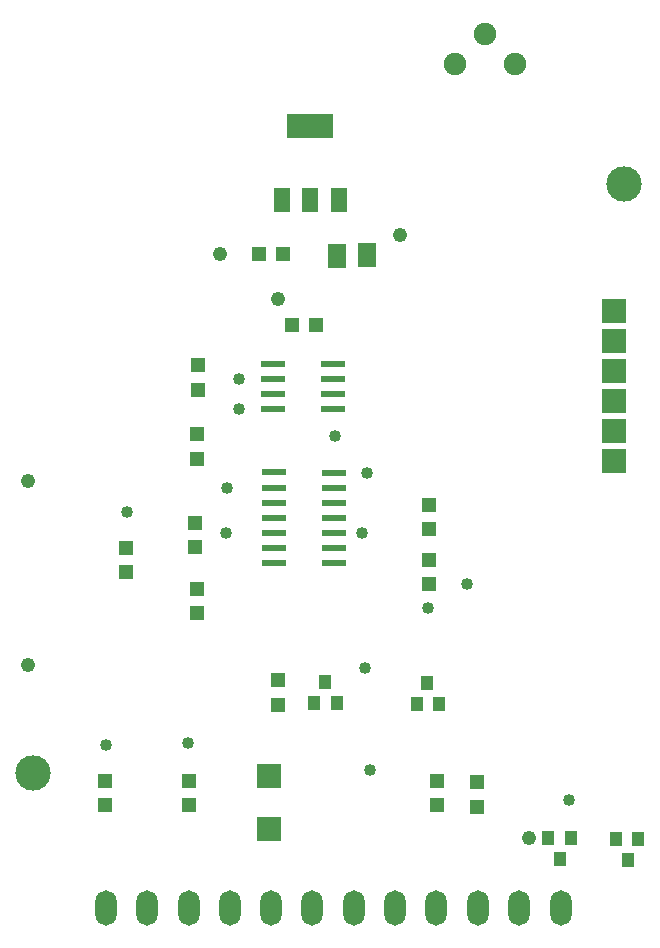
<source format=gbr>
%FSLAX23Y23*%
%MOIN*%
%ADD21O,0.07087X0.11811*%
%ADD18R,0.08000X0.02000*%
%ADD19R,0.08200X0.02000*%
%ADD71R,0.04000X0.04500*%
%ADD22R,0.04500X0.05118*%
%ADD20R,0.05118X0.04500*%
%ADD17R,0.05512X0.07874*%
%ADD24R,0.06000X0.08000*%
%ADD16R,0.15748X0.07874*%
%ADD70R,0.08000X0.08000*%
%ADD23R,0.08000X0.08000*%
%ADD28C,0.04000*%
%ADD26C,0.04800*%
%ADD75C,0.07500*%
%ADD15C,0.11811*%
X000Y000D02*
D02*
D15*
X253Y771D03*
X2223Y2732D03*
D02*
D16*
X1175Y2926D03*
D02*
D17*
X1081Y2681D03*
X1175D03*
X1270D03*
D02*
D18*
X1052Y1985D03*
Y2035D03*
Y2085D03*
Y2135D03*
X1055Y1471D03*
Y1521D03*
Y1621D03*
Y1671D03*
Y1721D03*
X1056Y1772D03*
X1252Y2035D03*
Y2085D03*
Y2135D03*
X1255Y1471D03*
Y1521D03*
Y1571D03*
Y1621D03*
Y1671D03*
Y1721D03*
Y1771D03*
D02*
D19*
X1055Y1571D03*
X1252Y1985D03*
D02*
D70*
X1039Y584D03*
Y759D03*
D02*
D71*
X1189Y1004D03*
X1224Y1074D03*
X1264Y1004D03*
X1531Y1001D03*
X1566Y1071D03*
X1606Y1001D03*
X1969Y554D03*
X2009Y484D03*
X2044Y554D03*
X2194Y549D03*
X2234Y479D03*
X2269Y549D03*
D02*
D20*
X491Y744D03*
X491Y664D03*
X561Y1519D03*
X561Y1439D03*
X772Y744D03*
X772Y663D03*
X792Y1604D03*
X792Y1523D03*
X797Y1384D03*
Y1899D03*
X797Y1303D03*
Y1818D03*
X802Y2129D03*
X802Y2048D03*
X1067Y1079D03*
X1067Y998D03*
X1571Y1479D03*
X1571Y1399D03*
X1572Y1664D03*
X1572Y1583D03*
X1597Y744D03*
X1597Y663D03*
X1732Y739D03*
X1732Y658D03*
D02*
D21*
X494Y321D03*
X632D03*
X770D03*
X907D03*
X1045D03*
X1183D03*
X1321D03*
X1458D03*
X1596D03*
X1734D03*
X1872D03*
X2010D03*
D02*
D22*
X1004Y2499D03*
X1084Y2499D03*
X1114Y2262D03*
X1194Y2262D03*
D02*
D23*
X2189Y1809D03*
Y1909D03*
Y2009D03*
Y2109D03*
Y2209D03*
Y2309D03*
D02*
D24*
X1266Y2494D03*
X1366Y2496D03*
D02*
D26*
X234Y1129D03*
Y1744D03*
X874Y2499D03*
X1069Y2349D03*
X1474Y2564D03*
X1904Y554D03*
D02*
D28*
X494Y864D03*
X564Y1639D03*
X769Y869D03*
X894Y1569D03*
X899Y1719D03*
X939Y1984D03*
Y2084D03*
X1259Y1894D03*
X1349Y1569D03*
X1359Y1119D03*
X1364Y1769D03*
X1374Y779D03*
X1569Y1319D03*
X1699Y1399D03*
X2039Y679D03*
D02*
D75*
X1659Y3134D03*
X1759Y3234D03*
X1859Y3134D03*
X000Y000D02*
M02*

</source>
